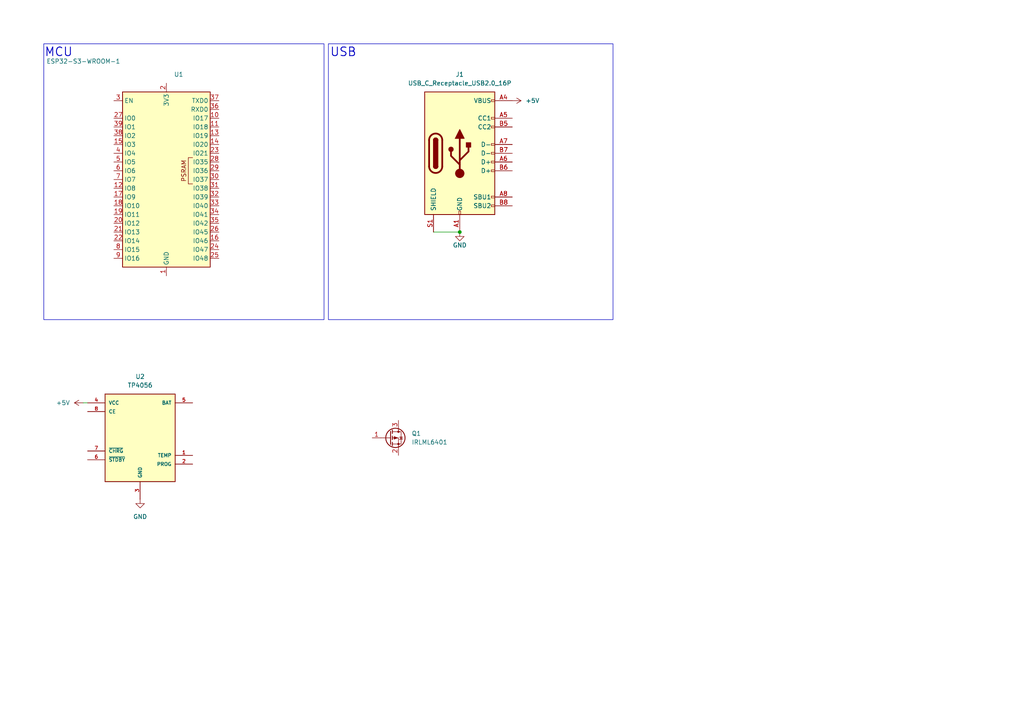
<source format=kicad_sch>
(kicad_sch (version 20231120) (generator "eeschema") (generator_version "8.0")
  (paper "A4")
  (lib_symbols
    (symbol "Connector:USB_C_Receptacle_USB2.0_16P" (pin_names (offset 1.016))
      (property "Reference" "J" (at 0 22.225 0))
      (property "Value" "USB_C_Receptacle_USB2.0_16P" (at 0 19.685 0))
      (symbol "USB_C_Receptacle_USB2.0_16P_0_0"
        (rectangle (start -0.254 -17.78) (end 0.254 -16.764))
        (rectangle (start 10.16 -14.986) (end 9.144 -15.494))
        (rectangle (start 10.16 -12.446) (end 9.144 -12.954))
        (rectangle (start 10.16 -4.826) (end 9.144 -5.334))
        (rectangle (start 10.16 -2.286) (end 9.144 -2.794))
        (rectangle (start 10.16 0.254) (end 9.144 -0.254))
        (rectangle (start 10.16 2.794) (end 9.144 2.286))
        (rectangle (start 10.16 7.874) (end 9.144 7.366))
        (rectangle (start 10.16 10.414) (end 9.144 9.906))
        (rectangle (start 10.16 15.494) (end 9.144 14.986))
      )
      (symbol "USB_C_Receptacle_USB2.0_16P_0_1"
        (rectangle (start -10.16 17.78) (end 10.16 -17.78) (stroke (width 0.254)) (fill (type background)))
        (arc (start -8.89 -3.81) (mid -6.985 -5.7067) (end -5.08 -3.81) (stroke (width 0.508)))
        (arc (start -7.62 -3.81) (mid -6.985 -4.4423) (end -6.35 -3.81) (stroke (width 0.254)))
        (arc (start -7.62 -3.81) (mid -6.985 -4.4423) (end -6.35 -3.81) (stroke (width 0.254)) (fill (type outline)))
        (rectangle (start -7.62 -3.81) (end -6.35 3.81) (stroke (width 0.254)) (fill (type outline)))
        (arc (start -6.35 3.81) (mid -6.985 4.4423) (end -7.62 3.81) (stroke (width 0.254)))
        (arc (start -6.35 3.81) (mid -6.985 4.4423) (end -7.62 3.81) (stroke (width 0.254)) (fill (type outline)))
        (arc (start -5.08 3.81) (mid -6.985 5.7067) (end -8.89 3.81) (stroke (width 0.508)))
        (circle (center -2.54 1.143) (radius 0.635) (stroke (width 0.254)) (fill (type outline)))
        (circle (center 0 -5.842) (radius 1.27) (fill (type outline)))
        (polyline (pts (xy -8.89 -3.81) (xy -8.89 3.81)) (stroke (width 0.508)))
        (polyline (pts (xy -5.08 3.81) (xy -5.08 -3.81)) (stroke (width 0.508)))
        (polyline (pts (xy 0 -5.842) (xy 0 4.318)) (stroke (width 0.508)))
        (polyline (pts (xy 0 -3.302) (xy -2.54 -0.762) (xy -2.54 0.508)) (stroke (width 0.508)))
        (polyline (pts (xy 0 -2.032) (xy 2.54 0.508) (xy 2.54 1.778)) (stroke (width 0.508)))
        (polyline (pts (xy -1.27 4.318) (xy 0 6.858) (xy 1.27 4.318) (xy -1.27 4.318)) (stroke (width 0.254)) (fill (type outline)))
        (rectangle (start 1.905 1.778) (end 3.175 3.048) (stroke (width 0.254)) (fill (type outline)))
      )
      (symbol "USB_C_Receptacle_USB2.0_16P_1_1"
        (pin passive line (at 0 -22.86 90) (length 5.08) (name "GND") (number "A1"))
        (pin passive line (at 0 -22.86 90) (length 5.08) hide (name "GND") (number "A12"))
        (pin passive line (at 15.24 15.24 180) (length 5.08) (name "VBUS") (number "A4"))
        (pin bidirectional line (at 15.24 10.16 180) (length 5.08) (name "CC1") (number "A5"))
        (pin bidirectional line (at 15.24 -2.54 180) (length 5.08) (name "D+") (number "A6"))
        (pin bidirectional line (at 15.24 2.54 180) (length 5.08) (name "D-") (number "A7"))
        (pin bidirectional line (at 15.24 -12.7 180) (length 5.08) (name "SBU1") (number "A8"))
        (pin passive line (at 15.24 15.24 180) (length 5.08) hide (name "VBUS") (number "A9"))
        (pin passive line (at 0 -22.86 90) (length 5.08) hide (name "GND") (number "B1"))
        (pin passive line (at 0 -22.86 90) (length 5.08) hide (name "GND") (number "B12"))
        (pin passive line (at 15.24 15.24 180) (length 5.08) hide (name "VBUS") (number "B4"))
        (pin bidirectional line (at 15.24 7.62 180) (length 5.08) (name "CC2") (number "B5"))
        (pin bidirectional line (at 15.24 -5.08 180) (length 5.08) (name "D+") (number "B6"))
        (pin bidirectional line (at 15.24 0 180) (length 5.08) (name "D-") (number "B7"))
        (pin bidirectional line (at 15.24 -15.24 180) (length 5.08) (name "SBU2") (number "B8"))
        (pin passive line (at 15.24 15.24 180) (length 5.08) hide (name "VBUS") (number "B9"))
        (pin passive line (at -7.62 -22.86 90) (length 5.08) (name "SHIELD") (number "S1"))
      )
    )
    (symbol "RF_Module:ESP32-S3-WROOM-1"
      (property "Reference" "U" (at -12.7 26.67 0))
      (property "Value" "ESP32-S3-WROOM-1" (at 12.7 26.67 0))
      (symbol "ESP32-S3-WROOM-1_0_0"
        (rectangle (start -12.7 25.4) (end 12.7 -25.4) (stroke (width 0.254)) (fill (type background)))
        (text "PSRAM" (at 5.08 2.54 900) (effects (font (size 1.27 1.27))))
      )
      (symbol "ESP32-S3-WROOM-1_0_1"
        (polyline (pts (xy 7.62 -1.27) (xy 6.35 -1.27) (xy 6.35 6.35) (xy 7.62 6.35)))
      )
      (symbol "ESP32-S3-WROOM-1_1_1"
        (pin power_in line (at 0 -27.94 90) (length 2.54) (name "GND") (number "1"))
        (pin bidirectional line (at 15.24 17.78 180) (length 2.54) (name "IO17") (number "10"))
        (pin bidirectional line (at 15.24 15.24 180) (length 2.54) (name "IO18") (number "11"))
        (pin bidirectional line (at -15.24 -2.54 0) (length 2.54) (name "IO8") (number "12"))
        (pin bidirectional line (at 15.24 12.7 180) (length 2.54) (name "IO19") (number "13"))
        (pin bidirectional line (at 15.24 10.16 180) (length 2.54) (name "IO20") (number "14"))
        (pin bidirectional line (at -15.24 10.16 0) (length 2.54) (name "IO3") (number "15"))
        (pin bidirectional line (at 15.24 -17.78 180) (length 2.54) (name "IO46") (number "16"))
        (pin bidirectional line (at -15.24 -5.08 0) (length 2.54) (name "IO9") (number "17"))
        (pin bidirectional line (at -15.24 -7.62 0) (length 2.54) (name "IO10") (number "18"))
        (pin bidirectional line (at -15.24 -10.16 0) (length 2.54) (name "IO11") (number "19"))
        (pin power_in line (at 0 27.94 270) (length 2.54) (name "3V3") (number "2"))
        (pin bidirectional line (at -15.24 -12.7 0) (length 2.54) (name "IO12") (number "20"))
        (pin bidirectional line (at -15.24 -15.24 0) (length 2.54) (name "IO13") (number "21"))
        (pin bidirectional line (at -15.24 -17.78 0) (length 2.54) (name "IO14") (number "22"))
        (pin bidirectional line (at 15.24 7.62 180) (length 2.54) (name "IO21") (number "23"))
        (pin bidirectional line (at 15.24 -20.32 180) (length 2.54) (name "IO47") (number "24"))
        (pin bidirectional line (at 15.24 -22.86 180) (length 2.54) (name "IO48") (number "25"))
        (pin bidirectional line (at 15.24 -15.24 180) (length 2.54) (name "IO45") (number "26"))
        (pin bidirectional line (at -15.24 17.78 0) (length 2.54) (name "IO0") (number "27"))
        (pin bidirectional line (at 15.24 5.08 180) (length 2.54) (name "IO35") (number "28"))
        (pin bidirectional line (at 15.24 2.54 180) (length 2.54) (name "IO36") (number "29"))
        (pin input line (at -15.24 22.86 0) (length 2.54) (name "EN") (number "3"))
        (pin bidirectional line (at 15.24 0 180) (length 2.54) (name "IO37") (number "30"))
        (pin bidirectional line (at 15.24 -2.54 180) (length 2.54) (name "IO38") (number "31"))
        (pin bidirectional line (at 15.24 -5.08 180) (length 2.54) (name "IO39") (number "32"))
        (pin bidirectional line (at 15.24 -7.62 180) (length 2.54) (name "IO40") (number "33"))
        (pin bidirectional line (at 15.24 -10.16 180) (length 2.54) (name "IO41") (number "34"))
        (pin bidirectional line (at 15.24 -12.7 180) (length 2.54) (name "IO42") (number "35"))
        (pin bidirectional line (at 15.24 20.32 180) (length 2.54) (name "RXD0") (number "36"))
        (pin bidirectional line (at 15.24 22.86 180) (length 2.54) (name "TXD0") (number "37"))
        (pin bidirectional line (at -15.24 12.7 0) (length 2.54) (name "IO2") (number "38"))
        (pin bidirectional line (at -15.24 15.24 0) (length 2.54) (name "IO1") (number "39"))
        (pin bidirectional line (at -15.24 7.62 0) (length 2.54) (name "IO4") (number "4"))
        (pin passive line (at 0 -27.94 90) (length 2.54) hide (name "GND") (number "40"))
        (pin passive line (at 0 -27.94 90) (length 2.54) hide (name "GND") (number "41"))
        (pin bidirectional line (at -15.24 5.08 0) (length 2.54) (name "IO5") (number "5"))
        (pin bidirectional line (at -15.24 2.54 0) (length 2.54) (name "IO6") (number "6"))
        (pin bidirectional line (at -15.24 0 0) (length 2.54) (name "IO7") (number "7"))
        (pin bidirectional line (at -15.24 -20.32 0) (length 2.54) (name "IO15") (number "8"))
        (pin bidirectional line (at -15.24 -22.86 0) (length 2.54) (name "IO16") (number "9"))
      )
    )
    (symbol "TP4056:TP4056" (pin_names (offset 1.016))
      (property "Reference" "U2" (at 0 17.78 0))
      (property "Value" "TP4056" (at 0 15.24 0))
      (symbol "TP4056_0_0"
        (rectangle (start -10.16 -12.7) (end 10.16 12.7) (stroke (width 0.254)) (fill (type background)))
        (pin input line (at 15.24 -5.08 180) (length 5.08) (name "TEMP") (number "1"))
        (pin bidirectional line (at 15.24 -7.62 180) (length 5.08) (name "PROG") (number "2"))
        (pin output line (at 15.24 10.16 180) (length 5.08) (name "BAT") (number "5"))
        (pin output line (at -15.24 -6.35 0) (length 5.08) (name "~{STDBY}") (number "6"))
      )
      (symbol "TP4056_1_0"
        (pin power_in line (at 0 -17.78 90) (length 5.08) (name "GND") (number "3"))
        (pin power_in line (at -15.24 10.16 0) (length 5.08) (name "VCC") (number "4"))
        (pin output line (at -15.24 -3.81 0) (length 5.08) (name "~{CHRG}") (number "7"))
        (pin input line (at -15.24 7.62 0) (length 5.08) (name "CE") (number "8"))
      )
    )
    (symbol "Transistor_FET:IRLML6401" (pin_names hide)
      (property "Reference" "Q" (at 5.08 1.905 0))
      (property "Value" "IRLML6401" (at 5.08 0 0))
      (symbol "IRLML6401_0_1"
        (polyline (pts (xy 0.254 0) (xy -2.54 0)))
        (polyline (pts (xy 0.254 1.905) (xy 0.254 -1.905)) (stroke (width 0.254)))
        (polyline (pts (xy 0.762 -1.27) (xy 0.762 -2.286)) (stroke (width 0.254)))
        (polyline (pts (xy 0.762 0.508) (xy 0.762 -0.508)) (stroke (width 0.254)))
        (polyline (pts (xy 0.762 2.286) (xy 0.762 1.27)) (stroke (width 0.254)))
        (polyline (pts (xy 2.54 2.54) (xy 2.54 1.778)))
        (polyline (pts (xy 2.54 -2.54) (xy 2.54 0) (xy 0.762 0)))
        (polyline (pts (xy 0.762 1.778) (xy 3.302 1.778) (xy 3.302 -1.778) (xy 0.762 -1.778)))
        (polyline (pts (xy 2.286 0) (xy 1.27 0.381) (xy 1.27 -0.381) (xy 2.286 0)) (fill (type outline)))
        (polyline (pts (xy 2.794 -0.508) (xy 2.921 -0.381) (xy 3.683 -0.381) (xy 3.81 -0.254)))
        (polyline (pts (xy 3.302 -0.381) (xy 2.921 0.254) (xy 3.683 0.254) (xy 3.302 -0.381)))
        (circle (center 1.651 0) (radius 2.794) (stroke (width 0.254)))
        (circle (center 2.54 -1.778) (radius 0.254) (fill (type outline)))
        (circle (center 2.54 1.778) (radius 0.254) (fill (type outline)))
      )
      (symbol "IRLML6401_1_1"
        (pin input line (at -5.08 0 0) (length 2.54) (name "G") (number "1"))
        (pin passive line (at 2.54 -5.08 90) (length 2.54) (name "S") (number "2"))
        (pin passive line (at 2.54 5.08 270) (length 2.54) (name "D") (number "3"))
      )
    )
    (symbol "power:+5V" (power) (pin_numbers hide) (pin_names (offset 0) hide)
      (property "Value" "+5V" (at 0 3.556 0))
      (symbol "+5V_0_1"
        (polyline (pts (xy -0.762 1.27) (xy 0 2.54)))
        (polyline (pts (xy 0 0) (xy 0 2.54)))
        (polyline (pts (xy 0 2.54) (xy 0.762 1.27)))
      )
      (symbol "+5V_1_1"
        (pin power_in line (at 0 0 90) (length 0) (name "~") (number "1"))
      )
    )
    (symbol "power:GND" (power) (pin_numbers hide) (pin_names (offset 0) hide)
      (property "Value" "GND" (at 0 -3.81 0))
      (symbol "GND_0_1"
        (polyline (pts (xy 0 0) (xy 0 -1.27) (xy 1.27 -1.27) (xy 0 -2.54) (xy -1.27 -1.27) (xy 0 -1.27)))
      )
      (symbol "GND_1_1"
        (pin power_in line (at 0 0 270) (length 0) (name "~") (number "1"))
      )
    )
  )
  (junction (at 133.35 67.31))
  (wire (pts (xy 24.13 116.84) (xy 25.4 116.84)))
  (wire (pts (xy 125.73 67.31) (xy 133.35 67.31)))
  (rectangle (start 95.25 12.7) (end 177.8 92.71))
  (rectangle (start 12.7 12.7) (end 93.98 92.71))
  (text "USB\n" (at 99.568 15.24 0) (effects (font (size 2.5 2.5) (thickness 0.254) (bold yes))))
  (text "MCU" (at 17.018 15.24 0) (effects (font (size 2.5 2.5) (thickness 0.254) (bold yes))))
  (symbol (lib_id "power:GND") (at 40.64 144.78 0) (unit 1)
    (property "Reference" "#PWR01" (effects (hide yes)))
    (property "Value" "GND" (at 40.64 149.86 0))
    (property "Description" "Power symbol creates a global label with name \"GND\" , ground" (effects (hide yes)))
  )
  (symbol (lib_id "power:GND") (at 133.35 67.31 0) (unit 1)
    (property "Reference" "#PWR02" (effects (hide yes)))
    (property "Value" "GND" (at 133.35 71.12 0))
    (property "Description" "Power symbol creates a global label with name \"GND\" , ground" (effects (hide yes)))
  )
  (symbol (lib_id "Connector:USB_C_Receptacle_USB2.0_16P") (at 133.35 44.45 0) (unit 1)
    (property "Reference" "J1" (at 133.35 21.59 0))
    (property "Value" "USB_C_Receptacle_USB2.0_16P" (at 133.35 24.13 0))
    (property "Datasheet" "https://www.usb.org/sites/default/files/documents/usb_type-c.zip" (effects (hide yes)))
    (property "Description" "USB 2.0-only 16P Type-C Receptacle connector" (effects (hide yes)))
  )
  (symbol (lib_id "RF_Module:ESP32-S3-WROOM-1") (at 48.26 52.07 0) (unit 1)
    (property "Reference" "U1" (at 50.4541 21.59 0) (effects (justify left)))
    (property "Value" "ESP32-S3-WROOM-1" (at 13.462 17.78 0) (effects (justify left)))
    (property "Footprint" "RF_Module:ESP32-S3-WROOM-1" (effects (hide yes)))
    (property "Datasheet" "https://www.espressif.com/sites/default/files/documentation/esp32-s3-wroom-1_wroom-1u_datasheet_en.pdf" (effects (hide yes)))
    (property "Description" "RF Module, ESP32-S3 SoC, Wi-Fi 802.11b/g/n, Bluetooth, BLE, 32-bit, 3.3V, onboard antenna, SMD" (effects (hide yes)))
  )
  (symbol (lib_id "power:+5V") (at 148.59 29.21 270) (unit 1)
    (property "Reference" "#PWR03" (effects (hide yes)))
    (property "Value" "+5V" (at 152.4 29.2099 90) (effects (justify left)))
    (property "Description" "Power symbol creates a global label with name \"+5V\"" (effects (hide yes)))
  )
  (symbol (lib_id "power:+5V") (at 24.13 116.84 90) (unit 1)
    (property "Reference" "#PWR04" (effects (hide yes)))
    (property "Value" "+5V" (at 20.32 116.8399 90) (effects (justify left)))
    (property "Description" "Power symbol creates a global label with name \"+5V\"" (effects (hide yes)))
  )
  (symbol (lib_id "TP4056:TP4056") (at 40.64 127 0) (unit 1)
    (property "Reference" "U2" (at 40.64 109.22 0))
    (property "Value" "TP4056" (at 40.64 111.76 0))
    (property "Footprint" "TP4056:SOP127P600X175-9N" (effects (hide yes)))
    (property "MF" "NanJing Top Power ASIC Corp." (effects (hide yes)))
    (property "MAXIMUM_PACKAGE_HEIGHT" "1.75mm" (effects (hide yes)))
    (property "Package" "Package" (effects (hide yes)))
    (property "Price" "None" (effects (hide yes)))
    (property "Check_prices" "https://www.snapeda.com/parts/TP4056/NanJing+Top+Power+ASIC+Corp./view-part/?ref=eda" (effects (hide yes)))
    (property "STANDARD" "IPC 7351B" (effects (hide yes)))
    (property "SnapEDA_Link" "https://www.snapeda.com/parts/TP4056/NanJing+Top+Power+ASIC+Corp./view-part/?ref=snap" (effects (hide yes)))
    (property "MP" "TP4056" (effects (hide yes)))
    (property "Description_1" "\n                        \n                            Complete single cell Li-Ion battery with a constant current / constant voltage linear charger\n                        \n" (effects (hide yes)))
    (property "Availability" "Not in stock" (effects (hide yes)))
    (property "MANUFACTURER" "NanJing Top Power ASIC Corp." (effects (hide yes)))
  )
  (symbol (lib_id "Transistor_FET:IRLML6401") (at 113.03 127 0) (unit 1)
    (property "Reference" "Q1" (at 119.38 125.7299 0) (effects (justify left)))
    (property "Value" "IRLML6401" (at 119.38 128.2699 0) (effects (justify left)))
    (property "Footprint" "Package_TO_SOT_SMD:SOT-23" (effects (hide yes)))
    (property "Datasheet" "https://www.infineon.com/dgdl/irlml6401pbf.pdf?fileId=5546d462533600a401535668b96d2634" (effects (hide yes)))
    (property "Description" "-4.3A Id, -12V Vds, 50mOhm Rds, P-Channel HEXFET Power MOSFET, SOT-23" (effects (hide yes)))
  )
)
</source>
